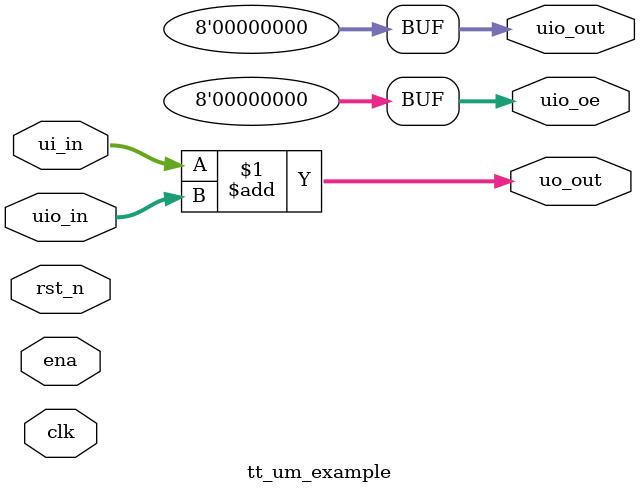
<source format=v>

/*
 * Copyright (c) 2024 Your Name
 * SPDX-License-Identifier: Apache-2.0
 */

`default_nettype none

module tt_um_example (
    input  wire [7:0] ui_in,    // Dedicated inputs
    output wire [7:0] uo_out,   // Dedicated outputs
    input  wire [7:0] uio_in,   // IOs: Input path
    output wire [7:0] uio_out,  // IOs: Output path
    output wire [7:0] uio_oe,   // IOs: Enable path (active high: 0=input, 1=output)
    input  wire       ena,      // will go high when the design is enabled
    input  wire       clk,      // clock
    input  wire       rst_n     // reset_n - low to reset
);

  // All output pins must be assigned. If not used, assign to 0.
  assign uo_out  = ui_in + uio_in;  // Example: ou_out is the sum of ui_in and uio_in
  assign uio_out = 0;
  assign uio_oe  = 0;

endmodule

</source>
